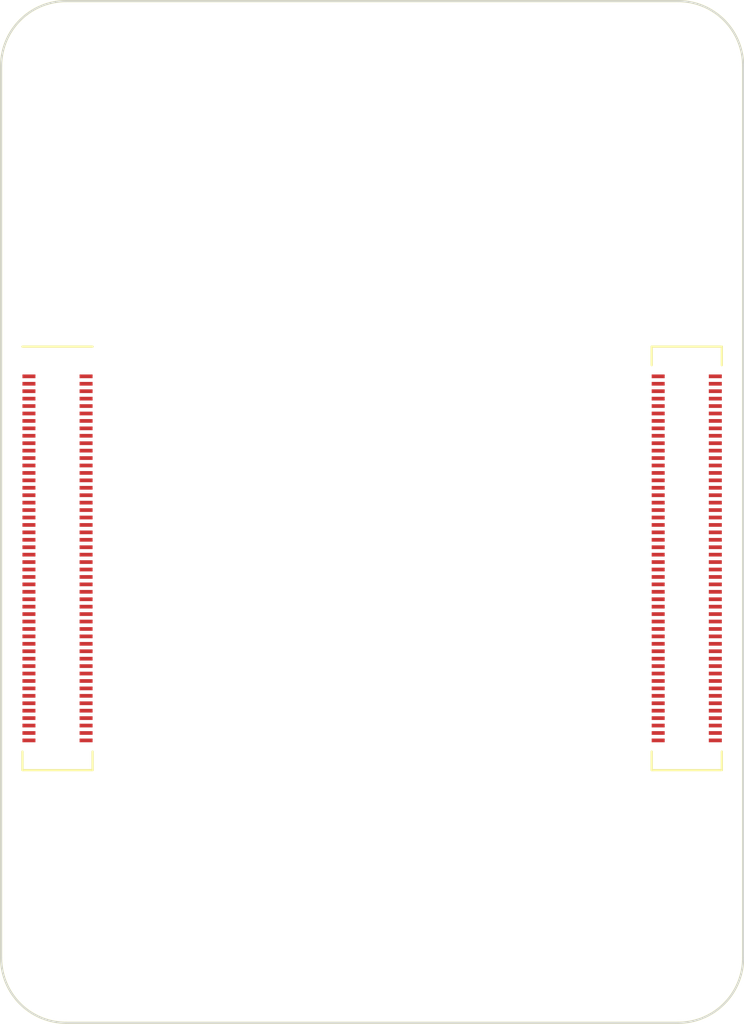
<source format=kicad_pcb>
(kicad_pcb (version 20201002) (generator pcbnew)

  (general
    (thickness 1.6)
  )

  (paper "A4")
  (title_block
    (title "Raspberry Pi Compute Module 4 Shoe Template")
    (date "2020-10-31")
    (rev "v01")
    (comment 2 "creativecommons.org/licenses/by/4.0/")
    (comment 3 "License: CC BY-SA 4.0")
    (comment 4 "Author: Shawn Hymel")
  )

  (layers
    (0 "F.Cu" signal)
    (31 "B.Cu" signal)
    (32 "B.Adhes" user "B.Adhesive")
    (33 "F.Adhes" user "F.Adhesive")
    (34 "B.Paste" user)
    (35 "F.Paste" user)
    (36 "B.SilkS" user "B.Silkscreen")
    (37 "F.SilkS" user "F.Silkscreen")
    (38 "B.Mask" user)
    (39 "F.Mask" user)
    (40 "Dwgs.User" user "User.Drawings")
    (41 "Cmts.User" user "User.Comments")
    (42 "Eco1.User" user "User.Eco1")
    (43 "Eco2.User" user "User.Eco2")
    (44 "Edge.Cuts" user)
    (45 "Margin" user)
    (46 "B.CrtYd" user "B.Courtyard")
    (47 "F.CrtYd" user "F.Courtyard")
    (48 "B.Fab" user)
    (49 "F.Fab" user)
    (50 "User.1" user)
    (51 "User.2" user)
    (52 "User.3" user)
    (53 "User.4" user)
    (54 "User.5" user)
    (55 "User.6" user)
    (56 "User.7" user)
    (57 "User.8" user)
    (58 "User.9" user)
  )

  (setup
    (stackup
      (layer "F.SilkS" (type "Top Silk Screen"))
      (layer "F.Paste" (type "Top Solder Paste"))
      (layer "F.Mask" (type "Top Solder Mask") (color "Green") (thickness 0.01))
      (layer "F.Cu" (type "copper") (thickness 0.035))
      (layer "dielectric 1" (type "core") (thickness 1.51) (material "FR4") (epsilon_r 4.5) (loss_tangent 0.02))
      (layer "B.Cu" (type "copper") (thickness 0.035))
      (layer "B.Mask" (type "Bottom Solder Mask") (color "Green") (thickness 0.01))
      (layer "B.Paste" (type "Bottom Solder Paste"))
      (layer "B.SilkS" (type "Bottom Silk Screen"))
      (copper_finish "None")
      (dielectric_constraints no)
    )
    (pcbplotparams
      (layerselection 0x00010fc_ffffffff)
      (disableapertmacros false)
      (usegerberextensions false)
      (usegerberattributes true)
      (usegerberadvancedattributes true)
      (creategerberjobfile true)
      (svguseinch false)
      (svgprecision 6)
      (excludeedgelayer true)
      (plotframeref false)
      (viasonmask false)
      (mode 1)
      (useauxorigin false)
      (hpglpennumber 1)
      (hpglpenspeed 20)
      (hpglpendiameter 15.000000)
      (psnegative false)
      (psa4output false)
      (plotreference true)
      (plotvalue true)
      (plotinvisibletext false)
      (sketchpadsonfab false)
      (subtractmaskfromsilk false)
      (outputformat 1)
      (mirror false)
      (drillshape 1)
      (scaleselection 1)
      (outputdirectory "")
    )
  )


  (net 0 "")
  (net 1 "Net-(Module1-Pad200)")
  (net 2 "Net-(Module1-Pad199)")
  (net 3 "Net-(Module1-Pad198)")
  (net 4 "Net-(Module1-Pad197)")
  (net 5 "Net-(Module1-Pad196)")
  (net 6 "Net-(Module1-Pad195)")
  (net 7 "Net-(Module1-Pad194)")
  (net 8 "Net-(Module1-Pad193)")
  (net 9 "Net-(Module1-Pad192)")
  (net 10 "Net-(Module1-Pad191)")
  (net 11 "Net-(Module1-Pad190)")
  (net 12 "Net-(Module1-Pad189)")
  (net 13 "Net-(Module1-Pad188)")
  (net 14 "Net-(Module1-Pad187)")
  (net 15 "Net-(Module1-Pad186)")
  (net 16 "Net-(Module1-Pad185)")
  (net 17 "Net-(Module1-Pad184)")
  (net 18 "Net-(Module1-Pad183)")
  (net 19 "Net-(Module1-Pad182)")
  (net 20 "Net-(Module1-Pad181)")
  (net 21 "Net-(Module1-Pad180)")
  (net 22 "Net-(Module1-Pad179)")
  (net 23 "Net-(Module1-Pad178)")
  (net 24 "Net-(Module1-Pad177)")
  (net 25 "Net-(Module1-Pad176)")
  (net 26 "Net-(Module1-Pad175)")
  (net 27 "Net-(Module1-Pad174)")
  (net 28 "Net-(Module1-Pad173)")
  (net 29 "Net-(Module1-Pad172)")
  (net 30 "Net-(Module1-Pad171)")
  (net 31 "Net-(Module1-Pad170)")
  (net 32 "Net-(Module1-Pad169)")
  (net 33 "Net-(Module1-Pad168)")
  (net 34 "Net-(Module1-Pad167)")
  (net 35 "Net-(Module1-Pad166)")
  (net 36 "Net-(Module1-Pad165)")
  (net 37 "Net-(Module1-Pad164)")
  (net 38 "Net-(Module1-Pad163)")
  (net 39 "Net-(Module1-Pad162)")
  (net 40 "Net-(Module1-Pad161)")
  (net 41 "Net-(Module1-Pad160)")
  (net 42 "Net-(Module1-Pad159)")
  (net 43 "Net-(Module1-Pad158)")
  (net 44 "Net-(Module1-Pad157)")
  (net 45 "Net-(Module1-Pad156)")
  (net 46 "Net-(Module1-Pad155)")
  (net 47 "Net-(Module1-Pad154)")
  (net 48 "Net-(Module1-Pad153)")
  (net 49 "Net-(Module1-Pad152)")
  (net 50 "Net-(Module1-Pad151)")
  (net 51 "Net-(Module1-Pad150)")
  (net 52 "Net-(Module1-Pad149)")
  (net 53 "Net-(Module1-Pad148)")
  (net 54 "Net-(Module1-Pad147)")
  (net 55 "Net-(Module1-Pad146)")
  (net 56 "Net-(Module1-Pad145)")
  (net 57 "Net-(Module1-Pad144)")
  (net 58 "Net-(Module1-Pad143)")
  (net 59 "Net-(Module1-Pad142)")
  (net 60 "Net-(Module1-Pad141)")
  (net 61 "Net-(Module1-Pad140)")
  (net 62 "Net-(Module1-Pad139)")
  (net 63 "Net-(Module1-Pad138)")
  (net 64 "Net-(Module1-Pad137)")
  (net 65 "Net-(Module1-Pad136)")
  (net 66 "Net-(Module1-Pad135)")
  (net 67 "Net-(Module1-Pad134)")
  (net 68 "Net-(Module1-Pad133)")
  (net 69 "Net-(Module1-Pad132)")
  (net 70 "Net-(Module1-Pad131)")
  (net 71 "Net-(Module1-Pad130)")
  (net 72 "Net-(Module1-Pad129)")
  (net 73 "Net-(Module1-Pad128)")
  (net 74 "Net-(Module1-Pad127)")
  (net 75 "Net-(Module1-Pad126)")
  (net 76 "Net-(Module1-Pad125)")
  (net 77 "Net-(Module1-Pad124)")
  (net 78 "Net-(Module1-Pad123)")
  (net 79 "Net-(Module1-Pad122)")
  (net 80 "Net-(Module1-Pad121)")
  (net 81 "Net-(Module1-Pad120)")
  (net 82 "Net-(Module1-Pad119)")
  (net 83 "Net-(Module1-Pad118)")
  (net 84 "Net-(Module1-Pad117)")
  (net 85 "Net-(Module1-Pad116)")
  (net 86 "Net-(Module1-Pad115)")
  (net 87 "Net-(Module1-Pad114)")
  (net 88 "Net-(Module1-Pad113)")
  (net 89 "Net-(Module1-Pad112)")
  (net 90 "Net-(Module1-Pad111)")
  (net 91 "Net-(Module1-Pad110)")
  (net 92 "Net-(Module1-Pad109)")
  (net 93 "Net-(Module1-Pad108)")
  (net 94 "Net-(Module1-Pad107)")
  (net 95 "Net-(Module1-Pad106)")
  (net 96 "Net-(Module1-Pad105)")
  (net 97 "Net-(Module1-Pad104)")
  (net 98 "Net-(Module1-Pad103)")
  (net 99 "Net-(Module1-Pad102)")
  (net 100 "Net-(Module1-Pad101)")
  (net 101 "Net-(Module1-Pad100)")
  (net 102 "Net-(Module1-Pad99)")
  (net 103 "Net-(Module1-Pad98)")
  (net 104 "Net-(Module1-Pad97)")
  (net 105 "Net-(Module1-Pad96)")
  (net 106 "Net-(Module1-Pad95)")
  (net 107 "Net-(Module1-Pad94)")
  (net 108 "Net-(Module1-Pad93)")
  (net 109 "Net-(Module1-Pad92)")
  (net 110 "Net-(Module1-Pad91)")
  (net 111 "Net-(Module1-Pad90)")
  (net 112 "Net-(Module1-Pad89)")
  (net 113 "Net-(Module1-Pad88)")
  (net 114 "Net-(Module1-Pad87)")
  (net 115 "Net-(Module1-Pad86)")
  (net 116 "Net-(Module1-Pad85)")
  (net 117 "Net-(Module1-Pad84)")
  (net 118 "Net-(Module1-Pad83)")
  (net 119 "Net-(Module1-Pad82)")
  (net 120 "Net-(Module1-Pad81)")
  (net 121 "Net-(Module1-Pad80)")
  (net 122 "Net-(Module1-Pad79)")
  (net 123 "Net-(Module1-Pad78)")
  (net 124 "Net-(Module1-Pad77)")
  (net 125 "Net-(Module1-Pad76)")
  (net 126 "Net-(Module1-Pad75)")
  (net 127 "Net-(Module1-Pad74)")
  (net 128 "Net-(Module1-Pad73)")
  (net 129 "Net-(Module1-Pad72)")
  (net 130 "Net-(Module1-Pad71)")
  (net 131 "Net-(Module1-Pad70)")
  (net 132 "Net-(Module1-Pad69)")
  (net 133 "Net-(Module1-Pad68)")
  (net 134 "Net-(Module1-Pad67)")
  (net 135 "Net-(Module1-Pad66)")
  (net 136 "Net-(Module1-Pad65)")
  (net 137 "Net-(Module1-Pad64)")
  (net 138 "Net-(Module1-Pad63)")
  (net 139 "Net-(Module1-Pad62)")
  (net 140 "Net-(Module1-Pad61)")
  (net 141 "Net-(Module1-Pad60)")
  (net 142 "Net-(Module1-Pad59)")
  (net 143 "Net-(Module1-Pad58)")
  (net 144 "Net-(Module1-Pad57)")
  (net 145 "Net-(Module1-Pad56)")
  (net 146 "Net-(Module1-Pad55)")
  (net 147 "Net-(Module1-Pad54)")
  (net 148 "Net-(Module1-Pad53)")
  (net 149 "Net-(Module1-Pad52)")
  (net 150 "Net-(Module1-Pad51)")
  (net 151 "Net-(Module1-Pad50)")
  (net 152 "Net-(Module1-Pad49)")
  (net 153 "Net-(Module1-Pad48)")
  (net 154 "Net-(Module1-Pad47)")
  (net 155 "Net-(Module1-Pad46)")
  (net 156 "Net-(Module1-Pad45)")
  (net 157 "Net-(Module1-Pad44)")
  (net 158 "Net-(Module1-Pad43)")
  (net 159 "Net-(Module1-Pad42)")
  (net 160 "Net-(Module1-Pad41)")
  (net 161 "Net-(Module1-Pad40)")
  (net 162 "Net-(Module1-Pad39)")
  (net 163 "Net-(Module1-Pad38)")
  (net 164 "Net-(Module1-Pad37)")
  (net 165 "Net-(Module1-Pad36)")
  (net 166 "Net-(Module1-Pad35)")
  (net 167 "Net-(Module1-Pad34)")
  (net 168 "Net-(Module1-Pad33)")
  (net 169 "Net-(Module1-Pad32)")
  (net 170 "Net-(Module1-Pad31)")
  (net 171 "Net-(Module1-Pad30)")
  (net 172 "Net-(Module1-Pad29)")
  (net 173 "Net-(Module1-Pad28)")
  (net 174 "Net-(Module1-Pad27)")
  (net 175 "Net-(Module1-Pad26)")
  (net 176 "Net-(Module1-Pad25)")
  (net 177 "Net-(Module1-Pad24)")
  (net 178 "Net-(Module1-Pad23)")
  (net 179 "Net-(Module1-Pad22)")
  (net 180 "Net-(Module1-Pad21)")
  (net 181 "Net-(Module1-Pad20)")
  (net 182 "Net-(Module1-Pad19)")
  (net 183 "Net-(Module1-Pad18)")
  (net 184 "Net-(Module1-Pad17)")
  (net 185 "Net-(Module1-Pad16)")
  (net 186 "Net-(Module1-Pad15)")
  (net 187 "Net-(Module1-Pad14)")
  (net 188 "Net-(Module1-Pad13)")
  (net 189 "Net-(Module1-Pad12)")
  (net 190 "Net-(Module1-Pad11)")
  (net 191 "Net-(Module1-Pad10)")
  (net 192 "Net-(Module1-Pad9)")
  (net 193 "Net-(Module1-Pad8)")
  (net 194 "Net-(Module1-Pad7)")
  (net 195 "Net-(Module1-Pad6)")
  (net 196 "Net-(Module1-Pad5)")
  (net 197 "Net-(Module1-Pad4)")
  (net 198 "Net-(Module1-Pad3)")
  (net 199 "Net-(Module1-Pad2)")
  (net 200 "Net-(Module1-Pad1)")

  (module "CM4IO:Raspberry-Pi-4-Compute-Module" (layer "F.Cu") (tedit 5EF08346) (tstamp f2e17c68-23bb-4713-8530-c3d1ed0928ed)
    (at 130 130)
    (descr "Raspberry Pi 4 Compute Module")
    (tags "Raspberry Pi 4 Compute Module")
    (property "Digi-Key_PN" "2x H11615CT-ND")
    (property "Digi-Key_PN (Alt)" "2x H124602CT-ND")
    (property "Field4" "Hirose")
    (property "Field5" "2x DF40C-100DS-0.4V")
    (property "Sheet file" "cm4-gpio.kicad_sch")
    (property "Sheet name" "CM4 GPIO")
    (path "/fc4c71a5-1008-4ac4-98db-57c838c57d91/463d59ed-ef45-4402-9140-190527b0aff8")
    (attr smd)
    (fp_text reference "Module1" (at 16.5 2) (layer "F.SilkS") hide
      (effects (font (size 1 1) (thickness 0.15)))
      (tstamp 876653b1-534e-4e8d-aa97-c7d50c80b8d4)
    )
    (fp_text value "ComputeModule4-CM4" (at 16.52 0.19) (layer "F.Fab")
      (effects (font (size 1 1) (thickness 0.15)))
      (tstamp 2c86cc53-ce1e-4c92-ad5b-13d89497e46a)
    )
    (fp_line (start 31.57 -32.9) (end 35.35 -32.9) (layer "F.SilkS") (width 0.12) (tstamp 06a77df0-6643-4d8e-b25e-330f45591e78))
    (fp_line (start 0 3.5) (end 33 3.5) (layer "F.SilkS") (width 0.12) (tstamp 07fe3954-969f-4bfe-bebb-5b77f92e8063))
    (fp_line (start 36.5 0) (end 36.5 -48) (layer "F.SilkS") (width 0.12) (tstamp 31c4b8c1-573d-4fe4-82f5-8056dd2d599e))
    (fp_line (start 35.35 -10.1) (end 35.35 -11.1) (layer "F.SilkS") (width 0.12) (tstamp 489263fb-a320-4fa8-a946-72558d07f239))
    (fp_line (start -3.5 -48) (end -3.5 0) (layer "F.SilkS") (width 0.12) (tstamp 692ddcdf-bb01-45df-ac4b-3b4cfe237fd9))
    (fp_line (start 31.57 -32.9) (end 31.57 -31.9) (layer "F.SilkS") (width 0.12) (tstamp 71c4d45c-6043-498e-a253-792fd8d70d64))
    (fp_line (start 31.57 -10.1) (end 31.57 -11.1) (layer "F.SilkS") (width 0.12) (tstamp a55cec2a-c55f-4f00-8b96-6570d316a1b6))
    (fp_line (start 35.35 -32.9) (end 35.35 -31.9) (layer "F.SilkS") (width 0.12) (tstamp b86ad45e-84b1-4d96-b6ba-9ff68cb5370c))
    (fp_line (start 33 -51.5) (end 0 -51.5) (layer "F.SilkS") (width 0.12) (tstamp b8a52c77-ff49-4a69-988a-6ddd55c3fd42))
    (fp_line (start 1.43 -10.1) (end 1.43 -11.1) (layer "F.SilkS") (width 0.12) (tstamp d38b871a-232a-4292-8cff-b2d4cc0132a3))
    (fp_line (start -2.35 -10.1) (end 1.43 -10.1) (layer "F.SilkS") (width 0.12) (tstamp d7b174e3-86f0-42fc-a74e-a20da1e7379b))
    (fp_line (start -2.35 -10.1) (end -2.35 -11.1) (layer "F.SilkS") (width 0.12) (tstamp dbee85c4-4c37-4235-8c82-4c1818f79330))
    (fp_line (start -2.35 -32.9) (end 1.43 -32.9) (layer "F.SilkS") (width 0.12) (tstamp e623a060-5a38-45ad-83e1-20a0f2e8ac78))
    (fp_line (start 31.57 -10.1) (end 35.35 -10.1) (layer "F.SilkS") (width 0.12) (tstamp fa9b2cf3-e388-40e2-b515-2f3c3a47d204))
    (fp_arc (start 0 0) (end -3.5 0) (angle -90) (layer "F.SilkS") (width 0.12) (tstamp 676a38ba-2fa1-4485-8eb2-b82e7a5aadb7))
    (fp_arc (start 0 -48) (end 0 -51.5) (angle -90) (layer "F.SilkS") (width 0.12) (tstamp 6a9775d9-06cd-49b5-b16c-ef0517aaf91b))
    (fp_arc (start 33 0) (end 33 3.5) (angle -90) (layer "F.SilkS") (width 0.12) (tstamp 951a0ba7-a8bf-4a2a-a5ab-57e98c041cd2))
    (fp_arc (start 33 -48) (end 36.5 -48) (angle -90) (layer "F.SilkS") (width 0.12) (tstamp f2269409-3e81-4f16-99b0-773742ca892a))
    (fp_line (start 35.35 -32.9) (end 35.35 -10.1) (layer "F.CrtYd") (width 0.12) (tstamp 06b8deef-1a76-45b1-a761-5bc8f73d5568))
    (fp_line (start 31.57 -32.9) (end 35.35 -32.9) (layer "F.CrtYd") (width 0.12) (tstamp 0f5b1730-5e5c-424c-8f6c-88e6dacf95a0))
    (fp_line (start 31.57 -10.1) (end 31.57 -32.9) (layer "F.CrtYd") (width 0.12) (tstamp 1b4d2842-da8e-4229-97dc-dbdef8f85aec))
    (fp_line (start -2.35 -10.1) (end -2.35 -32.9) (layer "F.CrtYd") (width 0.12) (tstamp 39a73c3e-8a2b-440a-a279-ea524d298719))
    (fp_line (start 35.35 -10.1) (end 31.57 -10.1) (layer "F.CrtYd") (width 0.12) (tstamp 9421870c-8cb9-49a1-93e4-2bf73949d49c))
    (fp_line (start 1.43 -32.9) (end 1.43 -10.1) (layer "F.CrtYd") (width 0.12) (tstamp aa91c776-b5e5-4811-84f7-acd37b72a687))
    (fp_line (start 1.43 -10.1) (end -2.35 -10.1) (layer "F.CrtYd") (width 0.12) (tstamp cd8608dc-04a8-451e-b747-404eb302985c))
    (fp_line (start -2.35 -32.9) (end 1.43 -32.9) (layer "F.CrtYd") (width 0.12) (tstamp d0f285a9-85e2-4e93-ba08-66bb25af3c86))
    (pad "" np_thru_hole circle (at 0 0) (size 2.7 2.7) (drill 2.7) (layers *.Cu *.Mask)
      (solder_mask_margin 1.7) (clearance 1.7) (tstamp 0ae69cb0-8757-4ea1-9c17-9c1b6374e31b))
    (pad "" np_thru_hole circle (at 33 -48) (size 2.7 2.7) (drill 2.7) (layers *.Cu *.Mask)
      (solder_mask_margin 1.7) (clearance 1.7) (tstamp a116852b-a341-4493-8c80-a37436852efb))
    (pad "" np_thru_hole circle (at 33 0) (size 2.7 2.7) (drill 2.7) (layers *.Cu *.Mask)
      (solder_mask_margin 1.7) (clearance 1.7) (tstamp e1d8b1b7-39ff-4d8c-96f0-4f756d79aa46))
    (pad "" np_thru_hole circle (at 0 -48) (size 2.7 2.7) (drill 2.7) (layers *.Cu *.Mask)
      (solder_mask_margin 1.7) (clearance 1.7) (tstamp e930d8c3-10e4-4721-85f8-10bbac1bd2d5))
    (pad "1" smd rect (at -2 -31.3 270) (size 0.2 0.7) (layers "F.Cu" "F.Paste" "F.Mask")
      (net 200 "Net-(Module1-Pad1)") (pinfunction "GND") (tstamp 3bf0ae80-d29a-4984-8309-86fe1c68e098))
    (pad "2" smd rect (at 1.08 -31.3 270) (size 0.2 0.7) (layers "F.Cu" "F.Paste" "F.Mask")
      (net 199 "Net-(Module1-Pad2)") (pinfunction "GND") (tstamp 49e18b26-1c1f-4283-9860-9fb7e8b36923))
    (pad "3" smd rect (at -2 -30.9 270) (size 0.2 0.7) (layers "F.Cu" "F.Paste" "F.Mask")
      (net 198 "Net-(Module1-Pad3)") (pinfunction "Ethernet_Pair3_P") (tstamp 00225473-cf82-447f-af84-e8f69a7d4bb0))
    (pad "4" smd rect (at 1.08 -30.9 270) (size 0.2 0.7) (layers "F.Cu" "F.Paste" "F.Mask")
      (net 197 "Net-(Module1-Pad4)") (pinfunction "Ethernet_Pair1_P") (tstamp f26cba2e-5cd6-4b82-805c-4794e4c73b1c))
    (pad "5" smd rect (at -2 -30.5 270) (size 0.2 0.7) (layers "F.Cu" "F.Paste" "F.Mask")
      (net 196 "Net-(Module1-Pad5)") (pinfunction "Ethernet_Pair3_N") (tstamp c02e781a-bd23-4282-b069-5faecf7e5730))
    (pad "6" smd rect (at 1.08 -30.5 270) (size 0.2 0.7) (layers "F.Cu" "F.Paste" "F.Mask")
      (net 195 "Net-(Module1-Pad6)") (pinfunction "Ethernet_Pair1_N") (tstamp ff2135a7-69b1-4676-b73a-5aceeaa785d8))
    (pad "7" smd rect (at -2 -30.1 270) (size 0.2 0.7) (layers "F.Cu" "F.Paste" "F.Mask")
      (net 194 "Net-(Module1-Pad7)") (pinfunction "GND") (tstamp d584f2ad-9591-4d6f-923a-37aab3aa860a))
    (pad "8" smd rect (at 1.08 -30.1 270) (size 0.2 0.7) (layers "F.Cu" "F.Paste" "F.Mask")
      (net 193 "Net-(Module1-Pad8)") (pinfunction "GND") (tstamp 62c2f562-2162-4a0d-a8a9-e1a1d53bf7c2))
    (pad "9" smd rect (at -2 -29.7 270) (size 0.2 0.7) (layers "F.Cu" "F.Paste" "F.Mask")
      (net 192 "Net-(Module1-Pad9)") (pinfunction "Ethernet_Pair2_N") (tstamp e09327f5-ff16-40a9-9f07-31b459d731b9))
    (pad "10" smd rect (at 1.08 -29.7 270) (size 0.2 0.7) (layers "F.Cu" "F.Paste" "F.Mask")
      (net 191 "Net-(Module1-Pad10)") (pinfunction "Ethernet_Pair0_N") (tstamp f957d593-0fde-49bf-9863-494be92a7d97))
    (pad "11" smd rect (at -2 -29.3 270) (size 0.2 0.7) (layers "F.Cu" "F.Paste" "F.Mask")
      (net 190 "Net-(Module1-Pad11)") (pinfunction "Ethernet_Pair2_P") (tstamp 6fceeb27-5c6b-45c9-ac6e-809ecd6c2952))
    (pad "12" smd rect (at 1.08 -29.3 270) (size 0.2 0.7) (layers "F.Cu" "F.Paste" "F.Mask")
      (net 189 "Net-(Module1-Pad12)") (pinfunction "Ethernet_Pair0_P") (tstamp 299e6b08-90c9-447b-8226-be4b79204fba))
    (pad "13" smd rect (at -2 -28.9 270) (size 0.2 0.7) (layers "F.Cu" "F.Paste" "F.Mask")
      (net 188 "Net-(Module1-Pad13)") (pinfunction "GND") (tstamp 50a34d54-b6dc-4611-a62b-9b4aa0196c48))
    (pad "14" smd rect (at 1.08 -28.9 270) (size 0.2 0.7) (layers "F.Cu" "F.Paste" "F.Mask")
      (net 187 "Net-(Module1-Pad14)") (pinfunction "GND") (tstamp 98b845a2-6de1-40c3-81c9-b23ceb5898eb))
    (pad "15" smd rect (at -2 -28.5 270) (size 0.2 0.7) (layers "F.Cu" "F.Paste" "F.Mask")
      (net 186 "Net-(Module1-Pad15)") (pinfunction "Ethernet_nLED3(3.3v)") (tstamp 7e1fc640-d1aa-48a4-98fe-5d1fd3e4a0fc))
    (pad "16" smd rect (at 1.08 -28.5 270) (size 0.2 0.7) (layers "F.Cu" "F.Paste" "F.Mask")
      (net 185 "Net-(Module1-Pad16)") (pinfunction "Ethernet_SYNC_IN(1.8v)") (tstamp ea074033-9158-4a52-921d-01fb440e01e0))
    (pad "17" smd rect (at -2 -28.1 270) (size 0.2 0.7) (layers "F.Cu" "F.Paste" "F.Mask")
      (net 184 "Net-(Module1-Pad17)") (pinfunction "Ethernet_nLED2(3.3v)") (tstamp 7f102dcf-29ff-474d-92c7-470831171787))
    (pad "18" smd rect (at 1.08 -28.1 270) (size 0.2 0.7) (layers "F.Cu" "F.Paste" "F.Mask")
      (net 183 "Net-(Module1-Pad18)") (pinfunction "Ethernet_SYNC_OUT(1.8v)") (tstamp cea91339-1c1d-4894-85ed-c174547b8936))
    (pad "19" smd rect (at -2 -27.7 270) (size 0.2 0.7) (layers "F.Cu" "F.Paste" "F.Mask")
      (net 182 "Net-(Module1-Pad19)") (pinfunction "Ethernet_nLED1(3.3v)") (tstamp a8222de0-8e63-4c24-b074-0da1ec9e956b))
    (pad "20" smd rect (at 1.08 -27.7 270) (size 0.2 0.7) (layers "F.Cu" "F.Paste" "F.Mask")
      (net 181 "Net-(Module1-Pad20)") (pinfunction "EEPROM_nWP") (tstamp f4a40cd3-c226-4115-a22f-48832eff5337))
    (pad "21" smd rect (at -2 -27.3 270) (size 0.2 0.7) (layers "F.Cu" "F.Paste" "F.Mask")
      (net 180 "Net-(Module1-Pad21)") (pinfunction "PI_nLED_Activity") (tstamp fe7140f1-d53f-4697-bc75-0bdc935556e0))
    (pad "22" smd rect (at 1.08 -27.3 270) (size 0.2 0.7) (layers "F.Cu" "F.Paste" "F.Mask")
      (net 179 "Net-(Module1-Pad22)") (pinfunction "GND") (tstamp 8ae9d2f4-a982-4950-bd4f-ca1439e51c87))
    (pad "23" smd rect (at -2 -26.9 270) (size 0.2 0.7) (layers "F.Cu" "F.Paste" "F.Mask")
      (net 178 "Net-(Module1-Pad23)") (pinfunction "GND") (tstamp aabba924-1b01-424a-a9d5-d00f65d0727d))
    (pad "24" smd rect (at 1.08 -26.9 270) (size 0.2 0.7) (layers "F.Cu" "F.Paste" "F.Mask")
      (net 177 "Net-(Module1-Pad24)") (pinfunction "GPIO26") (tstamp bfce81ac-fb33-4952-8168-c697ec0f5b2e))
    (pad "25" smd rect (at -2 -26.5 270) (size 0.2 0.7) (layers "F.Cu" "F.Paste" "F.Mask")
      (net 176 "Net-(Module1-Pad25)") (pinfunction "GPIO21") (tstamp 652f001b-1f06-4d6c-a291-497cfd07c74e))
    (pad "26" smd rect (at 1.08 -26.5 270) (size 0.2 0.7) (layers "F.Cu" "F.Paste" "F.Mask")
      (net 175 "Net-(Module1-Pad26)") (pinfunction "GPIO19") (tstamp 650477d8-e65e-467c-881c-e498918efc6c))
    (pad "27" smd rect (at -2 -26.1 270) (size 0.2 0.7) (layers "F.Cu" "F.Paste" "F.Mask")
      (net 174 "Net-(Module1-Pad27)") (pinfunction "GPIO20") (tstamp bec90aee-f5c0-4c91-bcc5-3cff69399f8b))
    (pad "28" smd rect (at 1.08 -26.1 270) (size 0.2 0.7) (layers "F.Cu" "F.Paste" "F.Mask")
      (net 173 "Net-(Module1-Pad28)") (pinfunction "GPIO13") (tstamp c2b2ab64-2929-446d-b412-14c5b17ca433))
    (pad "29" smd rect (at -2 -25.7 270) (size 0.2 0.7) (layers "F.Cu" "F.Paste" "F.Mask")
      (net 172 "Net-(Module1-Pad29)") (pinfunction "GPIO16") (tstamp abdde420-198f-4271-befb-43075aa61d98))
    (pad "30" smd rect (at 1.08 -25.7 270) (size 0.2 0.7) (layers "F.Cu" "F.Paste" "F.Mask")
      (net 171 "Net-(Module1-Pad30)") (pinfunction "GPIO6") (tstamp 9504daad-fe1c-443e-bed2-c562abece546))
    (pad "31" smd rect (at -2 -25.3 270) (size 0.2 0.7) (layers "F.Cu" "F.Paste" "F.Mask")
      (net 170 "Net-(Module1-Pad31)") (pinfunction "GPIO12") (tstamp fc7c021e-cf11-439b-bee7-2e1443521e49))
    (pad "32" smd rect (at 1.08 -25.3 270) (size 0.2 0.7) (layers "F.Cu" "F.Paste" "F.Mask")
      (net 169 "Net-(Module1-Pad32)") (pinfunction "GND") (tstamp 5b4598fa-3522-4036-b7ea-5d944e6ee6f3))
    (pad "33" smd rect (at -2 -24.9 270) (size 0.2 0.7) (layers "F.Cu" "F.Paste" "F.Mask")
      (net 168 "Net-(Module1-Pad33)") (pinfunction "GND") (tstamp 35046643-f514-404c-abde-1201ac3b40ea))
    (pad "34" smd rect (at 1.08 -24.9 270) (size 0.2 0.7) (layers "F.Cu" "F.Paste" "F.Mask")
      (net 167 "Net-(Module1-Pad34)") (pinfunction "GPIO5") (tstamp fd39faf3-5a22-4534-8fdd-2c16538a7ee9))
    (pad "35" smd rect (at -2 -24.5 270) (size 0.2 0.7) (layers "F.Cu" "F.Paste" "F.Mask")
      (net 166 "Net-(Module1-Pad35)") (pinfunction "ID_SC") (tstamp 82e1cbed-1117-452d-9a2c-0634d4262862))
    (pad "36" smd rect (at 1.08 -24.5 270) (size 0.2 0.7) (layers "F.Cu" "F.Paste" "F.Mask")
      (net 165 "Net-(Module1-Pad36)") (pinfunction "ID_SD") (tstamp 4da722d3-61bf-4e53-a026-631d438766ee))
    (pad "37" smd rect (at -2 -24.1 270) (size 0.2 0.7) (layers "F.Cu" "F.Paste" "F.Mask")
      (net 164 "Net-(Module1-Pad37)") (pinfunction "GPIO7") (tstamp 88ebc15a-9818-4eb1-9a10-130a78851a9a))
    (pad "38" smd rect (at 1.08 -24.1 270) (size 0.2 0.7) (layers "F.Cu" "F.Paste" "F.Mask")
      (net 163 "Net-(Module1-Pad38)") (pinfunction "GPIO11") (tstamp 41ed0447-d027-4192-ad0a-f4ec1f174dcd))
    (pad "39" smd rect (at -2 -23.7 270) (size 0.2 0.7) (layers "F.Cu" "F.Paste" "F.Mask")
      (net 162 "Net-(Module1-Pad39)") (pinfunction "GPIO8") (tstamp e0aef3e4-f301-43d3-81e0-65a77be5c139))
    (pad "40" smd rect (at 1.08 -23.7 270) (size 0.2 0.7) (layers "F.Cu" "F.Paste" "F.Mask")
      (net 161 "Net-(Module1-Pad40)") (pinfunction "GPIO9") (tstamp accaf431-fa06-49cf-b19b-46a2b0b989b6))
    (pad "41" smd rect (at -2 -23.3 270) (size 0.2 0.7) (layers "F.Cu" "F.Paste" "F.Mask")
      (net 160 "Net-(Module1-Pad41)") (pinfunction "GPIO25") (tstamp 02e3c8b5-080d-4063-88bf-e0c7c953a783))
    (pad "42" smd rect (at 1.08 -23.3 270) (size 0.2 0.7) (layers "F.Cu" "F.Paste" "F.Mask")
      (net 159 "Net-(Module1-Pad42)") (pinfunction "GND") (tstamp fe5debb3-77d9-4c8c-aec3-fc8a0cc28a00))
    (pad "43" smd rect (at -2 -22.9 270) (size 0.2 0.7) (layers "F.Cu" "F.Paste" "F.Mask")
      (net 158 "Net-(Module1-Pad43)") (pinfunction "GND") (tstamp 702825c5-5845-4ec8-ac36-ff7aa7a6dc72))
    (pad "44" smd rect (at 1.08 -22.9 270) (size 0.2 0.7) (layers "F.Cu" "F.Paste" "F.Mask")
      (net 157 "Net-(Module1-Pad44)") (pinfunction "GPIO10") (tstamp d1de3d63-fcdc-4573-9372-69baf86fd256))
    (pad "45" smd rect (at -2 -22.5 270) (size 0.2 0.7) (layers "F.Cu" "F.Paste" "F.Mask")
      (net 156 "Net-(Module1-Pad45)") (pinfunction "GPIO24") (tstamp 465852a0-45bd-4e9e-bfa8-3db30780fc27))
    (pad "46" smd rect (at 1.08 -22.5 270) (size 0.2 0.7) (layers "F.Cu" "F.Paste" "F.Mask")
      (net 155 "Net-(Module1-Pad46)") (pinfunction "GPIO22") (tstamp 8af0bc90-2161-4aca-b5fd-11a32bc3344f))
    (pad "47" smd rect (at -2 -22.1 270) (size 0.2 0.7) (layers "F.Cu" "F.Paste" "F.Mask")
      (net 154 "Net-(Module1-Pad47)") (pinfunction "GPIO23") (tstamp 4b1f67f5-24ca-404e-970d-0b7b1ecb91ec))
    (pad "48" smd rect (at 1.08 -22.1 270) (size 0.2 0.7) (layers "F.Cu" "F.Paste" "F.Mask")
      (net 153 "Net-(Module1-Pad48)") (pinfunction "GPIO27") (tstamp b10bfe08-9abc-4c93-a119-eca0ff0f617b))
    (pad "49" smd rect (at -2 -21.7 270) (size 0.2 0.7) (layers "F.Cu" "F.Paste" "F.Mask")
      (net 152 "Net-(Module1-Pad49)") (pinfunction "GPIO18") (tstamp 0093c8de-4367-466a-8410-18799127398b))
    (pad "50" smd rect (at 1.08 -21.7 270) (size 0.2 0.7) (layers "F.Cu" "F.Paste" "F.Mask")
      (net 151 "Net-(Module1-Pad50)") (pinfunction "GPIO17") (tstamp 2b0035d2-1ae8-4fae-b862-06297827810c))
    (pad "51" smd rect (at -2 -21.3 270) (size 0.2 0.7) (layers "F.Cu" "F.Paste" "F.Mask")
      (net 150 "Net-(Module1-Pad51)") (pinfunction "GPIO15") (tstamp 1e86dad4-e233-40b5-8706-5251a87977e0))
    (pad "52" smd rect (at 1.08 -21.3 270) (size 0.2 0.7) (layers "F.Cu" "F.Paste" "F.Mask")
      (net 149 "Net-(Module1-Pad52)") (pinfunction "GND") (tstamp 92aa75f4-296a-4023-b1b8-6d86d8fab2cb))
    (pad "53" smd rect (at -2 -20.9 270) (size 0.2 0.7) (layers "F.Cu" "F.Paste" "F.Mask")
      (net 148 "Net-(Module1-Pad53)") (pinfunction "GND") (tstamp c13b53ea-d79b-4d7d-baed-6bcd71d32689))
    (pad "54" smd rect (at 1.08 -20.9 270) (size 0.2 0.7) (layers "F.Cu" "F.Paste" "F.Mask")
      (net 147 "Net-(Module1-Pad54)") (pinfunction "GPIO4") (tstamp fe140bc6-9558-4c71-a2c5-eef0713549e0))
    (pad "55" smd rect (at -2 -20.5 270) (size 0.2 0.7) (layers "F.Cu" "F.Paste" "F.Mask")
      (net 146 "Net-(Module1-Pad55)") (pinfunction "GPIO14") (tstamp 23b9ed1d-8ed9-48b0-9498-3926ea53ab89))
    (pad "56" smd rect (at 1.08 -20.5 270) (size 0.2 0.7) (layers "F.Cu" "F.Paste" "F.Mask")
      (net 145 "Net-(Module1-Pad56)") (pinfunction "GPIO3") (tstamp c40b2ac6-e4ee-400c-8dfe-2cfe3ded3fe6))
    (pad "57" smd rect (at -2 -20.1 270) (size 0.2 0.7) (layers "F.Cu" "F.Paste" "F.Mask")
      (net 144 "Net-(Module1-Pad57)") (pinfunction "SD_CLK") (tstamp b1b7cdad-622a-406e-b40c-8520ec0354d0))
    (pad "58" smd rect (at 1.08 -20.1 270) (size 0.2 0.7) (layers "F.Cu" "F.Paste" "F.Mask")
      (net 143 "Net-(Module1-Pad58)") (pinfunction "GPIO2") (tstamp 31312dff-1ad3-4c48-a5a9-84caabbd2244))
    (pad "59" smd rect (at -2 -19.7 270) (size 0.2 0.7) (layers "F.Cu" "F.Paste" "F.Mask")
      (net 142 "Net-(Module1-Pad59)") (pinfunction "GND") (tstamp 5e90a62d-69fa-414b-9a5a-04ac4591368e))
    (pad "60" smd rect (at 1.08 -19.7 270) (size 0.2 0.7) (layers "F.Cu" "F.Paste" "F.Mask")
      (net 141 "Net-(Module1-Pad60)") (pinfunction "GND") (tstamp 34557637-4754-4314-9655-162bb77d3943))
    (pad "61" smd rect (at -2 -19.3 270) (size 0.2 0.7) (layers "F.Cu" "F.Paste" "F.Mask")
      (net 140 "Net-(Module1-Pad61)") (pinfunction "SD_DAT3") (tstamp bfca44b8-a2ed-4618-8567-ba55054dda18))
    (pad "62" smd rect (at 1.08 -19.3 270) (size 0.2 0.7) (layers "F.Cu" "F.Paste" "F.Mask")
      (net 139 "Net-(Module1-Pad62)") (pinfunction "SD_CMD") (tstamp 37244eb3-40de-4356-a335-036046d3a15c))
    (pad "63" smd rect (at -2 -18.9 270) (size 0.2 0.7) (layers "F.Cu" "F.Paste" "F.Mask")
      (net 138 "Net-(Module1-Pad63)") (pinfunction "SD_DAT0") (tstamp 5ef98a6f-f362-4776-8d7d-3cb4e089daad))
    (pad "64" smd rect (at 1.08 -18.9 270) (size 0.2 0.7) (layers "F.Cu" "F.Paste" "F.Mask")
      (net 137 "Net-(Module1-Pad64)") (pinfunction "SD_DAT5") (tstamp 8b39caa9-2cbe-4cb5-a20d-223ad6482ef2))
    (pad "65" smd rect (at -2 -18.5 270) (size 0.2 0.7) (layers "F.Cu" "F.Paste" "F.Mask")
      (net 136 "Net-(Module1-Pad65)") (pinfunction "GND") (tstamp 2ef9dd8d-5702-4a4b-bdf8-8d6d5ad7605a))
    (pad "66" smd rect (at 1.08 -18.5 270) (size 0.2 0.7) (layers "F.Cu" "F.Paste" "F.Mask")
      (net 135 "Net-(Module1-Pad66)") (pinfunction "GND") (tstamp 2179c6a0-4639-4086-9250-b203402c968f))
    (pad "67" smd rect (at -2 -18.1 270) (size 0.2 0.7) (layers "F.Cu" "F.Paste" "F.Mask")
      (net 134 "Net-(Module1-Pad67)") (pinfunction "SD_DAT1") (tstamp bf755e9e-ebb4-406c-8a7d-c691b7166012))
    (pad "68" smd rect (at 1.08 -18.1 270) (size 0.2 0.7) (layers "F.Cu" "F.Paste" "F.Mask")
      (net 133 "Net-(Module1-Pad68)") (pinfunction "SD_DAT4") (tstamp d9a2078d-b2ec-4509-a1f7-46c55d8e0705))
    (pad "69" smd rect (at -2 -17.7 270) (size 0.2 0.7) (layers "F.Cu" "F.Paste" "F.Mask")
      (net 132 "Net-(Module1-Pad69)") (pinfunction "SD_DAT2") (tstamp d1162bd5-ce97-4b6c-a8a8-958525e4f9a4))
    (pad "70" smd rect (at 1.08 -17.7 270) (size 0.2 0.7) (layers "F.Cu" "F.Paste" "F.Mask")
      (net 131 "Net-(Module1-Pad70)") (pinfunction "SD_DAT7") (tstamp 2d671844-b5f7-419e-a1c8-20174dd4c43b))
    (pad "71" smd rect (at -2 -17.3 270) (size 0.2 0.7) (layers "F.Cu" "F.Paste" "F.Mask")
      (net 130 "Net-(Module1-Pad71)") (pinfunction "GND") (tstamp 33a85cb4-7316-41f7-9cd6-6e956d1d5883))
    (pad "72" smd rect (at 1.08 -17.3 270) (size 0.2 0.7) (layers "F.Cu" "F.Paste" "F.Mask")
      (net 129 "Net-(Module1-Pad72)") (pinfunction "SD_DAT6") (tstamp 4ea3d714-4e1f-42f3-a92d-74e5b5fc1f85))
    (pad "73" smd rect (at -2 -16.9 270) (size 0.2 0.7) (layers "F.Cu" "F.Paste" "F.Mask")
      (net 128 "Net-(Module1-Pad73)") (pinfunction "SD_VDD_Override") (tstamp 4a5a4ca3-8bf9-47ab-a50f-01fddc645c76))
    (pad "74" smd rect (at 1.08 -16.9 270) (size 0.2 0.7) (layers "F.Cu" "F.Paste" "F.Mask")
      (net 127 "Net-(Module1-Pad74)") (pinfunction "GND") (tstamp 99796d86-de45-49c4-a71b-6fe8f477f60c))
    (pad "75" smd rect (at -2 -16.5 270) (size 0.2 0.7) (layers "F.Cu" "F.Paste" "F.Mask")
      (net 126 "Net-(Module1-Pad75)") (pinfunction "SD_PWR_ON") (tstamp 96275449-5ea2-4798-bea6-cb07e961c06d))
    (pad "76" smd rect (at 1.08 -16.5 270) (size 0.2 0.7) (layers "F.Cu" "F.Paste" "F.Mask")
      (net 125 "Net-(Module1-Pad76)") (pinfunction "Reserved") (tstamp f1e2d0d0-9045-458f-b454-8db49199e73b))
    (pad "77" smd rect (at -2 -16.1 270) (size 0.2 0.7) (layers "F.Cu" "F.Paste" "F.Mask")
      (net 124 "Net-(Module1-Pad77)") (pinfunction "+5v_(Input)") (tstamp 0842f2df-5514-4aa4-bf1d-74717462fed6))
    (pad "78" smd rect (at 1.08 -16.1 270) (size 0.2 0.7) (layers "F.Cu" "F.Paste" "F.Mask")
      (net 123 "Net-(Module1-Pad78)") (pinfunction "GPIO_VREF(1.8v/3.3v_Input)") (tstamp 216417e9-9e53-4228-8a7a-8723980466d6))
    (pad "79" smd rect (at -2 -15.7 270) (size 0.2 0.7) (layers "F.Cu" "F.Paste" "F.Mask")
      (net 122 "Net-(Module1-Pad79)") (pinfunction "+5v_(Input)") (tstamp b7a4712f-a76d-4351-83d5-8e74583ed14a))
    (pad "80" smd rect (at 1.08 -15.7 270) (size 0.2 0.7) (layers "F.Cu" "F.Paste" "F.Mask")
      (net 121 "Net-(Module1-Pad80)") (pinfunction "SCL0") (tstamp 848fefa2-9c97-4dc2-a9e1-a0da653e2dae))
    (pad "81" smd rect (at -2 -15.3 270) (size 0.2 0.7) (layers "F.Cu" "F.Paste" "F.Mask")
      (net 120 "Net-(Module1-Pad81)") (pinfunction "+5v_(Input)") (tstamp b57665d9-7e92-4568-afd3-90dba30d8fb9))
    (pad "82" smd rect (at 1.08 -15.3 270) (size 0.2 0.7) (layers "F.Cu" "F.Paste" "F.Mask")
      (net 119 "Net-(Module1-Pad82)") (pinfunction "SDA0") (tstamp f5581484-df0f-49d7-be07-d7771a605aae))
    (pad "83" smd rect (at -2 -14.9 270) (size 0.2 0.7) (layers "F.Cu" "F.Paste" "F.Mask")
      (net 118 "Net-(Module1-Pad83)") (pinfunction "+5v_(Input)") (tstamp 3778c257-7168-4522-9189-91c9a462324c))
    (pad "84" smd rect (at 1.08 -14.9 270) (size 0.2 0.7) (layers "F.Cu" "F.Paste" "F.Mask")
      (net 117 "Net-(Module1-Pad84)") (pinfunction "+3.3v_(Output)") (tstamp 86cf5a32-91a7-48d8-a267-5894b91cbaee))
    (pad "85" smd rect (at -2 -14.5 270) (size 0.2 0.7) (layers "F.Cu" "F.Paste" "F.Mask")
      (net 116 "Net-(Module1-Pad85)") (pinfunction "+5v_(Input)") (tstamp 5fc034f2-bd12-42c6-8bcf-2ae17c447520))
    (pad "86" smd rect (at 1.08 -14.5 270) (size 0.2 0.7) (layers "F.Cu" "F.Paste" "F.Mask")
      (net 115 "Net-(Module1-Pad86)") (pinfunction "+3.3v_(Output)") (tstamp 7e9c2db4-8b5d-426e-b0ff-dab62ff9b2a9))
    (pad "87" smd rect (at -2 -14.1 270) (size 0.2 0.7) (layers "F.Cu" "F.Paste" "F.Mask")
      (net 114 "Net-(Module1-Pad87)") (pinfunction "+5v_(Input)") (tstamp b4134f0e-baff-4d98-bf5a-b189440f9e49))
    (pad "88" smd rect (at 1.08 -14.1 270) (size 0.2 0.7) (layers "F.Cu" "F.Paste" "F.Mask")
      (net 113 "Net-(Module1-Pad88)") (pinfunction "+1.8v_(Output)") (tstamp 1f9a124c-8493-4cae-b23e-ad8bfe54bd8b))
    (pad "89" smd rect (at -2 -13.7 270) (size 0.2 0.7) (layers "F.Cu" "F.Paste" "F.Mask")
      (net 112 "Net-(Module1-Pad89)") (pinfunction "WiFi_nDisable") (tstamp 015fbeb1-01e3-40ea-a461-dbe44fc8d693))
    (pad "90" smd rect (at 1.08 -13.7 270) (size 0.2 0.7) (layers "F.Cu" "F.Paste" "F.Mask")
      (net 111 "Net-(Module1-Pad90)") (pinfunction "+1.8v_(Output)") (tstamp bf8ad0fa-45e3-4a06-8a36-b4d15cf3ea1d))
    (pad "91" smd rect (at -2 -13.3 270) (size 0.2 0.7) (layers "F.Cu" "F.Paste" "F.Mask")
      (net 110 "Net-(Module1-Pad91)") (pinfunction "BT_nDisable") (tstamp e6c11625-0bea-4212-84f6-6e0f7181ed4a))
    (pad "92" smd rect (at 1.08 -13.3 270) (size 0.2 0.7) (layers "F.Cu" "F.Paste" "F.Mask")
      (net 109 "Net-(Module1-Pad92)") (pinfunction "RUN_PG") (tstamp 1dd87feb-efce-41fd-a2f4-46bbd01d3eed))
    (pad "93" smd rect (at -2 -12.9 270) (size 0.2 0.7) (layers "F.Cu" "F.Paste" "F.Mask")
      (net 108 "Net-(Module1-Pad93)") (pinfunction "nRPIBOOT") (tstamp 98f0f106-f745-48a4-aae3-75ec13ea4326))
    (pad "94" smd rect (at 1.08 -12.9 270) (size 0.2 0.7) (layers "F.Cu" "F.Paste" "F.Mask")
      (net 107 "Net-(Module1-Pad94)") (pinfunction "AnalogIP0") (tstamp 2bc07855-78fc-46b9-8f40-9340d281b663))
    (pad "95" smd rect (at -2 -12.5 270) (size 0.2 0.7) (layers "F.Cu" "F.Paste" "F.Mask")
      (net 106 "Net-(Module1-Pad95)") (pinfunction "nPI_LED_PWR") (tstamp 4d0412fc-1145-4101-9782-cbb3f1c311a5))
    (pad "96" smd rect (at 1.08 -12.5 270) (size 0.2 0.7) (layers "F.Cu" "F.Paste" "F.Mask")
      (net 105 "Net-(Module1-Pad96)") (pinfunction "AnalogIP1") (tstamp f6847fa9-ed31-4124-bc12-2b6677b8749c))
    (pad "97" smd rect (at -2 -12.1 270) (size 0.2 0.7) (layers "F.Cu" "F.Paste" "F.Mask")
      (net 104 "Net-(Module1-Pad97)") (pinfunction "Camera_GPIO") (tstamp e87863f1-8987-4b47-803f-9d191dcdbdf8))
    (pad "98" smd rect (at 1.08 -12.1 270) (size 0.2 0.7) (layers "F.Cu" "F.Paste" "F.Mask")
      (net 103 "Net-(Module1-Pad98)") (pinfunction "GND") (tstamp fb9c33f8-3f15-40c0-bdcb-ccdab4326e07))
    (pad "99" smd rect (at -2 -11.7 270) (size 0.2 0.7) (layers "F.Cu" "F.Paste" "F.Mask")
      (net 102 "Net-(Module1-Pad99)") (pinfunction "Global_EN") (tstamp 44abe96b-d216-4d5e-8dc8-787fdb9b2905))
    (pad "100" smd rect (at 1.08 -11.7 270) (size 0.2 0.7) (layers "F.Cu" "F.Paste" "F.Mask")
      (net 101 "Net-(Module1-Pad100)") (pinfunction "nEXTRST") (tstamp 6f3da36f-ecb2-4a99-8f93-311384781e29))
    (pad "101" smd rect (at 31.92 -31.3 270) (size 0.2 0.7) (layers "F.Cu" "F.Paste" "F.Mask")
      (net 100 "Net-(Module1-Pad101)") (pinfunction "USB_OTG_ID") (tstamp 970aebfd-aacb-4e8f-bbde-cbc5566d6155))
    (pad "102" smd rect (at 35 -31.3 270) (size 0.2 0.7) (layers "F.Cu" "F.Paste" "F.Mask")
      (net 99 "Net-(Module1-Pad102)") (pinfunction "PCIe_CLK_nREQ") (tstamp bc9a62f6-9ccb-4af1-b565-9d2c1696a8af))
    (pad "103" smd rect (at 31.92 -30.9 270) (size 0.2 0.7) (layers "F.Cu" "F.Paste" "F.Mask")
      (net 98 "Net-(Module1-Pad103)") (pinfunction "USB2_N") (tstamp d6c955a3-5338-4660-b7e2-a808d9183956))
    (pad "104" smd rect (at 35 -30.9 270) (size 0.2 0.7) (layers "F.Cu" "F.Paste" "F.Mask")
      (net 97 "Net-(Module1-Pad104)") (pinfunction "Reserved") (tstamp 7e12b6bc-033e-4c04-bfc8-4f8acccce0cd))
    (pad "105" smd rect (at 31.92 -30.5 270) (size 0.2 0.7) (layers "F.Cu" "F.Paste" "F.Mask")
      (net 96 "Net-(Module1-Pad105)") (pinfunction "USB2_P") (tstamp ca911d96-2b3d-4a03-ba85-63bfcd6bce0f))
    (pad "106" smd rect (at 35 -30.5 270) (size 0.2 0.7) (layers "F.Cu" "F.Paste" "F.Mask")
      (net 95 "Net-(Module1-Pad106)") (pinfunction "Reserved") (tstamp 0a7c9081-bf1a-404a-ac9a-677a4b9f73bd))
    (pad "107" smd rect (at 31.92 -30.1 270) (size 0.2 0.7) (layers "F.Cu" "F.Paste" "F.Mask")
      (net 94 "Net-(Module1-Pad107)") (pinfunction "GND") (tstamp 1eacc36f-2d25-4bd2-a265-9bb40d3b323b))
    (pad "108" smd rect (at 35 -30.1 270) (size 0.2 0.7) (layers "F.Cu" "F.Paste" "F.Mask")
      (net 93 "Net-(Module1-Pad108)") (pinfunction "GND") (tstamp a7a31d6a-89d8-497f-a1cf-4d27357d127f))
    (pad "109" smd rect (at 31.92 -29.7 270) (size 0.2 0.7) (layers "F.Cu" "F.Paste" "F.Mask")
      (net 92 "Net-(Module1-Pad109)") (pinfunction "PCIe_nRST") (tstamp d445d789-776a-4d42-9eb4-7d7110101ce2))
    (pad "110" smd rect (at 35 -29.7 270) (size 0.2 0.7) (layers "F.Cu" "F.Paste" "F.Mask")
      (net 91 "Net-(Module1-Pad110)") (pinfunction "PCIe_CLK_P") (tstamp 85a5fd60-64d3-4fca-8977-7b28c3c785f7))
    (pad "111" smd rect (at 31.92 -29.3 270) (size 0.2 0.7) (layers "F.Cu" "F.Paste" "F.Mask")
      (net 90 "Net-(Module1-Pad111)") (pinfunction "VDAC_COMP") (tstamp c670c75e-db8b-4f6e-bee4-c8b4bbae5b45))
    (pad "112" smd rect (at 35 -29.3 270) (size 0.2 0.7) (layers "F.Cu" "F.Paste" "F.Mask")
      (net 89 "Net-(Module1-Pad112)") (pinfunction "PCIe_CLK_N") (tstamp 694ed621-b3ee-483e-ae95-688e26c405a6))
    (pad "113" smd rect (at 31.92 -28.9 270) (size 0.2 0.7) (layers "F.Cu" "F.Paste" "F.Mask")
      (net 88 "Net-(Module1-Pad113)") (pinfunction "GND") (tstamp 673112e1-d435-4ba0-a327-17d621164008))
    (pad "114" smd rect (at 35 -28.9 270) (size 0.2 0.7) (layers "F.Cu" "F.Paste" "F.Mask")
      (net 87 "Net-(Module1-Pad114)") (pinfunction "GND") (tstamp e66f3ade-bc15-400f-8f98-40554213584b))
    (pad "115" smd rect (at 31.92 -28.5 270) (size 0.2 0.7) (layers "F.Cu" "F.Paste" "F.Mask")
      (net 86 "Net-(Module1-Pad115)") (pinfunction "CAM1_D0_N") (die_length 0.02) (tstamp 0e538437-4346-468e-bfdf-416019b11165))
    (pad "116" smd rect (at 35 -28.5 270) (size 0.2 0.7) (layers "F.Cu" "F.Paste" "F.Mask")
      (net 85 "Net-(Module1-Pad116)") (pinfunction "PCIe_RX_P") (tstamp d103b8c8-e697-456a-ac39-68dfe142feab))
    (pad "117" smd rect (at 31.92 -28.1 270) (size 0.2 0.7) (layers "F.Cu" "F.Paste" "F.Mask")
      (net 84 "Net-(Module1-Pad117)") (pinfunction "CAM1_D0_P") (die_length 0.01) (tstamp 4f956dba-4e81-4cf1-9aaa-dfb9ef8e6e07))
    (pad "118" smd rect (at 35 -28.1 270) (size 0.2 0.7) (layers "F.Cu" "F.Paste" "F.Mask")
      (net 83 "Net-(Module1-Pad118)") (pinfunction "PCIe_RX_N") (tstamp 454b16bc-429c-48c7-a792-8dc69583a1e1))
    (pad "119" smd rect (at 31.92 -27.7 270) (size 0.2 0.7) (layers "F.Cu" "F.Paste" "F.Mask")
      (net 82 "Net-(Module1-Pad119)") (pinfunction "GND") (tstamp b7b7b5b5-b229-4dc0-8701-1688d7077f89))
    (pad "120" smd rect (at 35 -27.7 270) (size 0.2 0.7) (layers "F.Cu" "F.Paste" "F.Mask")
      (net 81 "Net-(Module1-Pad120)") (pinfunction "GND") (tstamp bc713817-5b6d-40af-b98e-7c30b55b618b))
    (pad "121" smd rect (at 31.92 -27.3 270) (size 0.2 0.7) (layers "F.Cu" "F.Paste" "F.Mask")
      (net 80 "Net-(Module1-Pad121)") (pinfunction "CAM1_D1_N") (die_length 0.4) (tstamp 91a807c6-4e94-4419-8644-e3d8fa07ac5b))
    (pad "122" smd rect (at 35 -27.3 270) (size 0.2 0.7) (layers "F.Cu" "F.Paste" "F.Mask")
      (net 79 "Net-(Module1-Pad122)") (pinfunction "PCIe_TX_P") (tstamp 98f3e0b6-edfa-468a-ab2a-550bc0fdf989))
    (pad "123" smd rect (at 31.92 -26.9 270) (size 0.2 0.7) (layers "F.Cu" "F.Paste" "F.Mask")
      (net 78 "Net-(Module1-Pad123)") (pinfunction "CAM1_D1_P") (die_length 0.4) (tstamp 9a6c3501-0d30-4937-b3f4-5785a1e2e319))
    (pad "124" smd rect (at 35 -26.9 270) (size 0.2 0.7) (layers "F.Cu" "F.Paste" "F.Mask")
      (net 77 "Net-(Module1-Pad124)") (pinfunction "PCIe_TX_N") (tstamp b505b15c-efb3-4ec7-95bf-f38708373e30))
    (pad "125" smd rect (at 31.92 -26.5 270) (size 0.2 0.7) (layers "F.Cu" "F.Paste" "F.Mask")
      (net 76 "Net-(Module1-Pad125)") (pinfunction "GND") (tstamp bcf37499-aed2-433b-a136-a82dc9b4832d))
    (pad "126" smd rect (at 35 -26.5 270) (size 0.2 0.7) (layers "F.Cu" "F.Paste" "F.Mask")
      (net 75 "Net-(Module1-Pad126)") (pinfunction "GND") (tstamp c2ba648f-de03-461f-9ed5-cca9d52fbcb8))
    (pad "127" smd rect (at 31.92 -26.1 270) (size 0.2 0.7) (layers "F.Cu" "F.Paste" "F.Mask")
      (net 74 "Net-(Module1-Pad127)") (pinfunction "CAM1_C_N") (die_length 0.78) (tstamp 80bd628d-0dd9-491b-a3e1-af7b08e37d9c))
    (pad "128" smd rect (at 35 -26.1 270) (size 0.2 0.7) (layers "F.Cu" "F.Paste" "F.Mask")
      (net 73 "Net-(Module1-Pad128)") (pinfunction "CAM0_D0_N") (die_length 0.06) (tstamp 1d317394-5d32-4dcc-9035-8bf2bb4c9039))
    (pad "129" smd rect (at 31.92 -25.7 270) (size 0.2 0.7) (layers "F.Cu" "F.Paste" "F.Mask")
      (net 72 "Net-(Module1-Pad129)") (pinfunction "CAM1_C_P") (die_length 0.78) (tstamp 1f6e301a-7c47-4929-82d1-7f0e2a34e573))
    (pad "130" smd rect (at 35 -25.7 270) (size 0.2 0.7) (layers "F.Cu" "F.Paste" "F.Mask")
      (net 71 "Net-(Module1-Pad130)") (pinfunction "CAM0_D0_P") (die_length 0.07) (tstamp 3439edb8-e8e0-4750-9e91-849431467fbd))
    (pad "131" smd rect (at 31.92 -25.3 270) (size 0.2 0.7) (layers "F.Cu" "F.Paste" "F.Mask")
      (net 70 "Net-(Module1-Pad131)") (pinfunction "GND") (tstamp 0e74c90c-0dd6-4b90-8e3a-21a8845964bd))
    (pad "132" smd rect (at 35 -25.3 270) (size 0.2 0.7) (layers "F.Cu" "F.Paste" "F.Mask")
      (net 69 "Net-(Module1-Pad132)") (pinfunction "GND") (tstamp bea282cc-2fd0-48d6-875e-d49c89520eeb))
    (pad "133" smd rect (at 31.92 -24.9 270) (size 0.2 0.7) (layers "F.Cu" "F.Paste" "F.Mask")
      (net 68 "Net-(Module1-Pad133)") (pinfunction "CAM1_D2_N") (die_length 0.05) (tstamp 0f4a12ef-78bf-4f30-9c67-334ea50437cc))
    (pad "134" smd rect (at 35 -24.9 270) (size 0.2 0.7) (layers "F.Cu" "F.Paste" "F.Mask")
      (net 67 "Net-(Module1-Pad134)") (pinfunction "CAM0_D1_N") (tstamp bb6d10c7-17b8-4afe-829c-3096c87dfaa8))
    (pad "135" smd rect (at 31.92 -24.5 270) (size 0.2 0.7) (layers "F.Cu" "F.Paste" "F.Mask")
      (net 66 "Net-(Module1-Pad135)") (pinfunction "CAM1_D2_P") (die_length 0.04) (tstamp 09d9b87c-c7ce-45c5-9088-0d948a479a3c))
    (pad "136" smd rect (at 35 -24.5 270) (size 0.2 0.7) (layers "F.Cu" "F.Paste" "F.Mask")
      (net 65 "Net-(Module1-Pad136)") (pinfunction "CAM0_D1_P") (tstamp 1e076890-3575-4f2d-95ef-d73c4c0c2e38))
    (pad "137" smd rect (at 31.92 -24.1 270) (size 0.2 0.7) (layers "F.Cu" "F.Paste" "F.Mask")
      (net 64 "Net-(Module1-Pad137)") (pinfunction "GND") (tstamp eaa01a7b-4586-494d-b120-dac5e13b58a4))
    (pad "138" smd rect (at 35 -24.1 270) (size 0.2 0.7) (layers "F.Cu" "F.Paste" "F.Mask")
      (net 63 "Net-(Module1-Pad138)") (pinfunction "GND") (tstamp 3072e509-eb5f-4072-8e09-fc77ef369015))
    (pad "139" smd rect (at 31.92 -23.7 270) (size 0.2 0.7) (layers "F.Cu" "F.Paste" "F.Mask")
      (net 62 "Net-(Module1-Pad139)") (pinfunction "CAM1_D3_N") (tstamp f32d57d5-8ee5-450a-a937-3a0741081c76))
    (pad "140" smd rect (at 35 -23.7 270) (size 0.2 0.7) (layers "F.Cu" "F.Paste" "F.Mask")
      (net 61 "Net-(Module1-Pad140)") (pinfunction "CAM0_C_N") (die_length 0.02) (tstamp 750bd514-21be-448f-9519-ee2be9867d13))
    (pad "141" smd rect (at 31.92 -23.3 270) (size 0.2 0.7) (layers "F.Cu" "F.Paste" "F.Mask")
      (net 60 "Net-(Module1-Pad141)") (pinfunction "CAM1_D3_P") (tstamp a1bf182a-65a6-4998-8ec3-1784d93f423c))
    (pad "142" smd rect (at 35 -23.3 270) (size 0.2 0.7) (layers "F.Cu" "F.Paste" "F.Mask")
      (net 59 "Net-(Module1-Pad142)") (pinfunction "CAM0_C_P") (die_length 0.02) (tstamp 7227d067-3d40-44a3-b9fb-7f5d8d47944d))
    (pad "143" smd rect (at 31.92 -22.9 270) (size 0.2 0.7) (layers "F.Cu" "F.Paste" "F.Mask")
      (net 58 "Net-(Module1-Pad143)") (pinfunction "HDMI1_HOTPLUG") (tstamp 400f21e9-200c-449e-abbb-b14142712edc))
    (pad "144" smd rect (at 35 -22.9 270) (size 0.2 0.7) (layers "F.Cu" "F.Paste" "F.Mask")
      (net 57 "Net-(Module1-Pad144)") (pinfunction "GND") (tstamp bdaff9f8-f8ec-4dfe-9f61-ab62f07cd373))
    (pad "145" smd rect (at 31.92 -22.5 270) (size 0.2 0.7) (layers "F.Cu" "F.Paste" "F.Mask")
      (net 56 "Net-(Module1-Pad145)") (pinfunction "HDMI1_SDA") (tstamp 02c52d23-0024-4be0-942a-351014016bc7))
    (pad "146" smd rect (at 35 -22.5 270) (size 0.2 0.7) (layers "F.Cu" "F.Paste" "F.Mask")
      (net 55 "Net-(Module1-Pad146)") (pinfunction "HDMI1_TX2_P") (tstamp e7ced530-0927-4dc2-a8ef-4d520fa9ecc0))
    (pad "147" smd rect (at 31.92 -22.1 270) (size 0.2 0.7) (layers "F.Cu" "F.Paste" "F.Mask")
      (net 54 "Net-(Module1-Pad147)") (pinfunction "HDMI1_SCL") (tstamp e6fd882c-cf72-4ed2-bd7a-c328cbf7b9fe))
    (pad "148" smd rect (at 35 -22.1 270) (size 0.2 0.7) (layers "F.Cu" "F.Paste" "F.Mask")
      (net 53 "Net-(Module1-Pad148)") (pinfunction "HDMI1_TX2_N") (tstamp ba0138df-fb48-4bbc-a737-197d5d54e8f3))
    (pad "149" smd rect (at 31.92 -21.7 270) (size 0.2 0.7) (layers "F.Cu" "F.Paste" "F.Mask")
      (net 52 "Net-(Module1-Pad149)") (pinfunction "HDMI1_CEC") (tstamp 7e288eac-a9e5-4012-9f7b-64894440cc68))
    (pad "150" smd rect (at 35 -21.7 270) (size 0.2 0.7) (layers "F.Cu" "F.Paste" "F.Mask")
      (net 51 "Net-(Module1-Pad150)") (pinfunction "GND") (tstamp 44fdad55-e90a-4559-88ba-778b78f79977))
    (pad "151" smd rect (at 31.92 -21.3 270) (size 0.2 0.7) (layers "F.Cu" "F.Paste" "F.Mask")
      (net 50 "Net-(Module1-Pad151)") (pinfunction "HDMI0_CEC") (tstamp 6a4e2879-5049-4141-9521-f03a0fbc2a5e))
    (pad "152" smd rect (at 35 -21.3 270) (size 0.2 0.7) (layers "F.Cu" "F.Paste" "F.Mask")
      (net 49 "Net-(Module1-Pad152)") (pinfunction "HDMI1_TX1_P") (die_length 1) (tstamp bff21954-389f-4b2c-9263-8b546f6d0994))
    (pad "153" smd rect (at 31.92 -20.9 270) (size 0.2 0.7) (layers "F.Cu" "F.Paste" "F.Mask")
      (net 48 "Net-(Module1-Pad153)") (pinfunction "HDMI0_HOTPLUG") (tstamp 56e87e04-78bb-46f7-8140-d5b41546dd49))
    (pad "154" smd rect (at 35 -20.9 270) (size 0.2 0.7) (layers "F.Cu" "F.Paste" "F.Mask")
      (net 47 "Net-(Module1-Pad154)") (pinfunction "HDMI1_TX1_N") (die_length 1) (tstamp e576cdd6-d5aa-4b93-b119-051c752b81b6))
    (pad "155" smd rect (at 31.92 -20.5 270) (size 0.2 0.7) (layers "F.Cu" "F.Paste" "F.Mask")
      (net 46 "Net-(Module1-Pad155)") (pinfunction "GND") (tstamp 1df56960-17b0-4d60-a6cf-e03f20415be2))
    (pad "156" smd rect (at 35 -20.5 270) (size 0.2 0.7) (layers "F.Cu" "F.Paste" "F.Mask")
      (net 45 "Net-(Module1-Pad156)") (pinfunction "GND") (tstamp d8eebc9c-0649-48d9-9ea1-ac010643fd37))
    (pad "157" smd rect (at 31.92 -20.1 270) (size 0.2 0.7) (layers "F.Cu" "F.Paste" "F.Mask")
      (net 44 "Net-(Module1-Pad157)") (pinfunction "DSI0_D0_N") (tstamp ea5e2a98-1df9-4718-980e-0cf0019c0834))
    (pad "158" smd rect (at 35 -20.1 270) (size 0.2 0.7) (layers "F.Cu" "F.Paste" "F.Mask")
      (net 43 "Net-(Module1-Pad158)") (pinfunction "HDMI1_TX0_P") (die_length 1.51) (tstamp 312a1f71-0551-438f-8c19-0cfb920573f2))
    (pad "159" smd rect (at 31.92 -19.7 270) (size 0.2 0.7) (layers "F.Cu" "F.Paste" "F.Mask")
      (net 42 "Net-(Module1-Pad159)") (pinfunction "DSI0_D0_P") (tstamp b30f7bad-f9cc-4319-96e2-225ac8029d9e))
    (pad "160" smd rect (at 35 -19.7 270) (size 0.2 0.7) (layers "F.Cu" "F.Paste" "F.Mask")
      (net 41 "Net-(Module1-Pad160)") (pinfunction "HDMI1_TX0_N") (die_length 1.51) (tstamp 274262d4-0b8c-4478-a771-db1762508c4d))
    (pad "161" smd rect (at 31.92 -19.3 270) (size 0.2 0.7) (layers "F.Cu" "F.Paste" "F.Mask")
      (net 40 "Net-(Module1-Pad161)") (pinfunction "GND") (tstamp ba969bb2-14a7-4a71-a190-1b8460506819))
    (pad "162" smd rect (at 35 -19.3 270) (size 0.2 0.7) (layers "F.Cu" "F.Paste" "F.Mask")
      (net 39 "Net-(Module1-Pad162)") (pinfunction "GND") (tstamp fa34d91c-9514-4d5c-9ef3-5f08e241f2c7))
    (pad "163" smd rect (at 31.92 -18.9 270) (size 0.2 0.7) (layers "F.Cu" "F.Paste" "F.Mask")
      (net 38 "Net-(Module1-Pad163)") (pinfunction "DSI0_D1_N") (tstamp 851b62a9-7c39-4940-9f0a-21475b88a056))
    (pad "164" smd rect (at 35 -18.9 270) (size 0.2 0.7) (layers "F.Cu" "F.Paste" "F.Mask")
      (net 37 "Net-(Module1-Pad164)") (pinfunction "HDMI1_CLK_P") (die_length 2.47) (tstamp ad871bd2-e1d3-4ba6-9407-a68fa3ce40dd))
    (pad "165" smd rect (at 31.92 -18.5 270) (size 0.2 0.7) (layers "F.Cu" "F.Paste" "F.Mask")
      (net 36 "Net-(Module1-Pad165)") (pinfunction "DSI0_D1_P") (tstamp d300cfac-51a4-4e51-a9bf-e6e87fc1eb94))
    (pad "166" smd rect (at 35 -18.5 270) (size 0.2 0.7) (layers "F.Cu" "F.Paste" "F.Mask")
      (net 35 "Net-(Module1-Pad166)") (pinfunction "HDMI1_CLK_N") (die_length 2.47) (tstamp bc196129-9f74-4943-b960-69b9fee12c1b))
    (pad "167" smd rect (at 31.92 -18.1 270) (size 0.2 0.7) (layers "F.Cu" "F.Paste" "F.Mask")
      (net 34 "Net-(Module1-Pad167)") (pinfunction "GND") (tstamp cb64f6fa-de8f-4906-9990-f34f5372dbd4))
    (pad "168" smd rect (at 35 -18.1 270) (size 0.2 0.7) (layers "F.Cu" "F.Paste" "F.Mask")
      (net 33 "Net-(Module1-Pad168)") (pinfunction "GND") (tstamp 72e87722-ea51-4cfb-9416-5bcfde0e4ff4))
    (pad "169" smd rect (at 31.92 -17.7 270) (size 0.2 0.7) (layers "F.Cu" "F.Paste" "F.Mask")
      (net 32 "Net-(Module1-Pad169)") (pinfunction "DSI0_C_N") (tstamp 27a39807-7d86-4be8-9b73-549ea9322dc9))
    (pad "170" smd rect (at 35 -17.7 270) (size 0.2 0.7) (layers "F.Cu" "F.Paste" "F.Mask")
      (net 31 "Net-(Module1-Pad170)") (pinfunction "HDMI0_TX2_P") (tstamp 5a1d43c3-ff7c-486d-9bd1-904e48ebae35))
    (pad "171" smd rect (at 31.92 -17.3 270) (size 0.2 0.7) (layers "F.Cu" "F.Paste" "F.Mask")
      (net 30 "Net-(Module1-Pad171)") (pinfunction "DSI0_C_P") (tstamp d08fc453-4f12-4824-a03b-b821a0d69733))
    (pad "172" smd rect (at 35 -17.3 270) (size 0.2 0.7) (layers "F.Cu" "F.Paste" "F.Mask")
      (net 29 "Net-(Module1-Pad172)") (pinfunction "HDMI0_TX2_N") (tstamp 2af099c4-9f5f-4211-ad18-8b1ca8791796))
    (pad "173" smd rect (at 31.92 -16.9 270) (size 0.2 0.7) (layers "F.Cu" "F.Paste" "F.Mask")
      (net 28 "Net-(Module1-Pad173)") (pinfunction "GND") (tstamp abcd1f6d-3f17-4a2b-98ad-889e7dd3c959))
    (pad "174" smd rect (at 35 -16.9 270) (size 0.2 0.7) (layers "F.Cu" "F.Paste" "F.Mask")
      (net 27 "Net-(Module1-Pad174)") (pinfunction "GND") (tstamp 73048dcc-aa66-4986-9e4e-5d769d423b52))
    (pad "175" smd rect (at 31.92 -16.5 270) (size 0.2 0.7) (layers "F.Cu" "F.Paste" "F.Mask")
      (net 26 "Net-(Module1-Pad175)") (pinfunction "DSI1_D0_N") (tstamp 0666915b-21ba-4c9f-ae53-dc7716c64fc1))
    (pad "176" smd rect (at 35 -16.5 270) (size 0.2 0.7) (layers "F.Cu" "F.Paste" "F.Mask")
      (net 25 "Net-(Module1-Pad176)") (pinfunction "HDMI0_TX1_P") (die_length 0.62) (tstamp 04528712-bb11-4727-98b8-3b1079040414))
    (pad "177" smd rect (at 31.92 -16.1 270) (size 0.2 0.7) (layers "F.Cu" "F.Paste" "F.Mask")
      (net 24 "Net-(Module1-Pad177)") (pinfunction "DSI1_D0_P") (die_length 0.01) (tstamp 7fea8b74-4dd0-4df3-b442-f48fd2b6025d))
    (pad "178" smd rect (at 35 -16.1 270) (size 0.2 0.7) (layers "F.Cu" "F.Paste" "F.Mask")
      (net 23 "Net-(Module1-Pad178)") (pinfunction "HDMI0_TX1_N") (die_length 0.62) (tstamp 410594ad-ea19-4160-a433-7f3d1563069f))
    (pad "179" smd rect (at 31.92 -15.7 270) (size 0.2 0.7) (layers "F.Cu" "F.Paste" "F.Mask")
      (net 22 "Net-(Module1-Pad179)") (pinfunction "GND") (tstamp 1749f048-3bdc-43a3-b117-2fe0d3b685e8))
    (pad "180" smd rect (at 35 -15.7 270) (size 0.2 0.7) (layers "F.Cu" "F.Paste" "F.Mask")
      (net 21 "Net-(Module1-Pad180)") (pinfunction "GND") (tstamp 08a84e53-4d56-44d4-beb1-a159e2fc6a40))
    (pad "181" smd rect (at 31.92 -15.3 270) (size 0.2 0.7) (layers "F.Cu" "F.Paste" "F.Mask")
      (net 20 "Net-(Module1-Pad181)") (pinfunction "DSI1_D1_N") (die_length 1.06) (tstamp 0184bde6-a7c6-4b15-9447-adaa5c762d96))
    (pad "182" smd rect (at 35 -15.3 270) (size 0.2 0.7) (layers "F.Cu" "F.Paste" "F.Mask")
      (net 19 "Net-(Module1-Pad182)") (pinfunction "HDMI0_TX0_P") (die_length 1.76) (tstamp f739372f-b366-4a9e-8f9b-cabe5b7725eb))
    (pad "183" smd rect (at 31.92 -14.9 270) (size 0.2 0.7) (layers "F.Cu" "F.Paste" "F.Mask")
      (net 18 "Net-(Module1-Pad183)") (pinfunction "DSI1_D1_P") (die_length 1.06) (tstamp 3406339a-733a-4cf3-a9e9-ae77c28bf88c))
    (pad "184" smd rect (at 35 -14.9 270) (size 0.2 0.7) (layers "F.Cu" "F.Paste" "F.Mask")
      (net 17 "Net-(Module1-Pad184)") (pinfunction "HDMI0_TX0_N") (die_length 1.76) (tstamp bdba87bf-7d32-4230-89d9-da04caf84220))
    (pad "185" smd rect (at 31.92 -14.5 270) (size 0.2 0.7) (layers "F.Cu" "F.Paste" "F.Mask")
      (net 16 "Net-(Module1-Pad185)") (pinfunction "GND") (tstamp 795fa722-b344-4169-976b-9529920d0d4f))
    (pad "186" smd rect (at 35 -14.5 270) (size 0.2 0.7) (layers "F.Cu" "F.Paste" "F.Mask")
      (net 15 "Net-(Module1-Pad186)") (pinfunction "GND") (tstamp b948c88f-510f-438d-aa94-62788ab95979))
    (pad "187" smd rect (at 31.92 -14.1 270) (size 0.2 0.7) (layers "F.Cu" "F.Paste" "F.Mask")
      (net 14 "Net-(Module1-Pad187)") (pinfunction "DSI1_C_N") (tstamp fc716d58-d37a-418d-8c08-a225bc33cc7d))
    (pad "188" smd rect (at 35 -14.1 270) (size 0.2 0.7) (layers "F.Cu" "F.Paste" "F.Mask")
      (net 13 "Net-(Module1-Pad188)") (pinfunction "HDMI0_CLK_P") (die_length 3.24) (tstamp 44f8a449-6973-4588-bc4d-93b91ee1784f))
    (pad "189" smd rect (at 31.92 -13.7 270) (size 0.2 0.7) (layers "F.Cu" "F.Paste" "F.Mask")
      (net 12 "Net-(Module1-Pad189)") (pinfunction "DSI1_C_P") (die_length 1.28) (tstamp 88a0e3c4-0de4-4457-8883-895cf5eec28e))
    (pad "190" smd rect (at 35 -13.7 270) (size 0.2 0.7) (layers "F.Cu" "F.Paste" "F.Mask")
      (net 11 "Net-(Module1-Pad190)") (pinfunction "HDMI0_CLK_N") (die_length 3.25) (tstamp 65d9f397-20b4-44b2-851d-b36d8f690909))
    (pad "191" smd rect (at 31.92 -13.3 270) (size 0.2 0.7) (layers "F.Cu" "F.Paste" "F.Mask")
      (net 10 "Net-(Module1-Pad191)") (pinfunction "GND") (die_length 1.28) (tstamp be545f89-c660-422c-aac4-f42db51f8ea6))
    (pad "192" smd rect (at 35 -13.3 270) (size 0.2 0.7) (layers "F.Cu" "F.Paste" "F.Mask")
      (net 9 "Net-(Module1-Pad192)") (pinfunction "GND") (tstamp 6c94a536-f14d-489a-ad6c-c0ef92d93930))
    (pad "193" smd rect (at 31.92 -12.9 270) (size 0.2 0.7) (layers "F.Cu" "F.Paste" "F.Mask")
      (net 8 "Net-(Module1-Pad193)") (pinfunction "DSI1_D2_N") (die_length 0.83) (tstamp 60745242-f939-499a-adfd-adce337c5249))
    (pad "194" smd rect (at 35 -12.9 270) (size 0.2 0.7) (layers "F.Cu" "F.Paste" "F.Mask")
      (net 7 "Net-(Module1-Pad194)") (pinfunction "DSI1_D3_N") (die_length 3.78) (tstamp b40df550-9245-43cd-81aa-948ab4cfc7f0))
    (pad "195" smd rect (at 31.92 -12.5 270) (size 0.2 0.7) (layers "F.Cu" "F.Paste" "F.Mask")
      (net 6 "Net-(Module1-Pad195)") (pinfunction "DSI1_D2_P") (die_length 0.84) (tstamp 83195815-f409-4b69-ad0e-aa6020881be0))
    (pad "196" smd rect (at 35 -12.5 270) (size 0.2 0.7) (layers "F.Cu" "F.Paste" "F.Mask")
      (net 5 "Net-(Module1-Pad196)") (pinfunction "DSI1_D3_P") (die_length 3.78) (tstamp 771c311a-862a-457b-97fb-0ac94f0b5938))
    (pad "197" smd rect (at 31.92 -12.1 270) (size 0.2 0.7) (layers "F.Cu" "F.Paste" "F.Mask")
      (net 4 "Net-(Module1-Pad197)") (pinfunction "GND") (tstamp 3d4bbe15-7a1b-4cb8-8056-69bea61e9390))
    (pad "198" smd rect (at 35 -12.1 270) (size 0.2 0.7) (layers "F.Cu" "F.Paste" "F.Mask")
      (net 3 "Net-(Module1-Pad198)") (pinfunction "GND") (tstamp aaf422df-5dbf-4849-9f94-020c8e9c9467))
    (pad "199" smd rect (at 31.92 -11.7 270) (size 0.2 0.7) (layers "F.Cu" "F.Paste" "F.Mask")
      (net 2 "Net-(Module1-Pad199)") (pinfunction "HDMI0_SDA") (tstamp f36b3572-42fe-40cf-b396-37677ef21f09))
    (pad "200" smd rect (at 35 -11.7 270) (size 0.2 0.7) (layers "F.Cu" "F.Paste" "F.Mask")
      (net 1 "Net-(Module1-Pad200)") (pinfunction "HDMI0_SCL") (tstamp 0c282e81-7528-4875-9559-114bea6c16c6))
    (model "./CM4.3dshapes/DF40C-100DS.stp"
      (offset (xyz -0.46 15.38 0))
      (scale (xyz 1 1 1))
      (rotate (xyz -90 0 0))
    )
    (model "./CM4IO.3dshapes/DF40C-100DS.stp"
      (offset (xyz 33.46 15.38 0))
      (scale (xyz 1 1 1))
      (rotate (xyz -90 0 0))
    )
  )

  (gr_line (start 166.5 130) (end 166.5 82) (layer "Edge.Cuts") (width 0.1) (tstamp 1f4acf13-24ee-4564-81b7-096b0a9a810a))
  (gr_arc (start 130 82) (end 130 78.5) (angle -90) (layer "Edge.Cuts") (width 0.1) (tstamp 3b74182b-7fe6-4d15-894c-1937852c7ce8))
  (gr_line (start 126.5 82) (end 126.5 130) (layer "Edge.Cuts") (width 0.1) (tstamp aa3ddd37-6e1f-434f-a5f7-57f7e3653074))
  (gr_line (start 130 133.5) (end 163 133.5) (layer "Edge.Cuts") (width 0.1) (tstamp ac6d2a9d-e29f-4024-9b72-a0e7d6ee0573))
  (gr_arc (start 130 130) (end 126.5 130) (angle -90) (layer "Edge.Cuts") (width 0.1) (tstamp afd1c278-bb4b-47ca-bd6f-cfb3cf994cfc))
  (gr_line (start 163 78.5) (end 130 78.5) (layer "Edge.Cuts") (width 0.1) (tstamp bd1cf59e-e001-4e9e-ba86-f6be405f5e5b))
  (gr_arc (start 163 130) (end 163 133.5) (angle -90) (layer "Edge.Cuts") (width 0.1) (tstamp ed6cf105-4858-4650-b995-5cb0e40dd60c))
  (gr_arc (start 163 82) (end 166.5 82) (angle -90) (layer "Edge.Cuts") (width 0.1) (tstamp f5cecdd0-17aa-4788-bb1c-cee7e68ad7a0))

)

</source>
